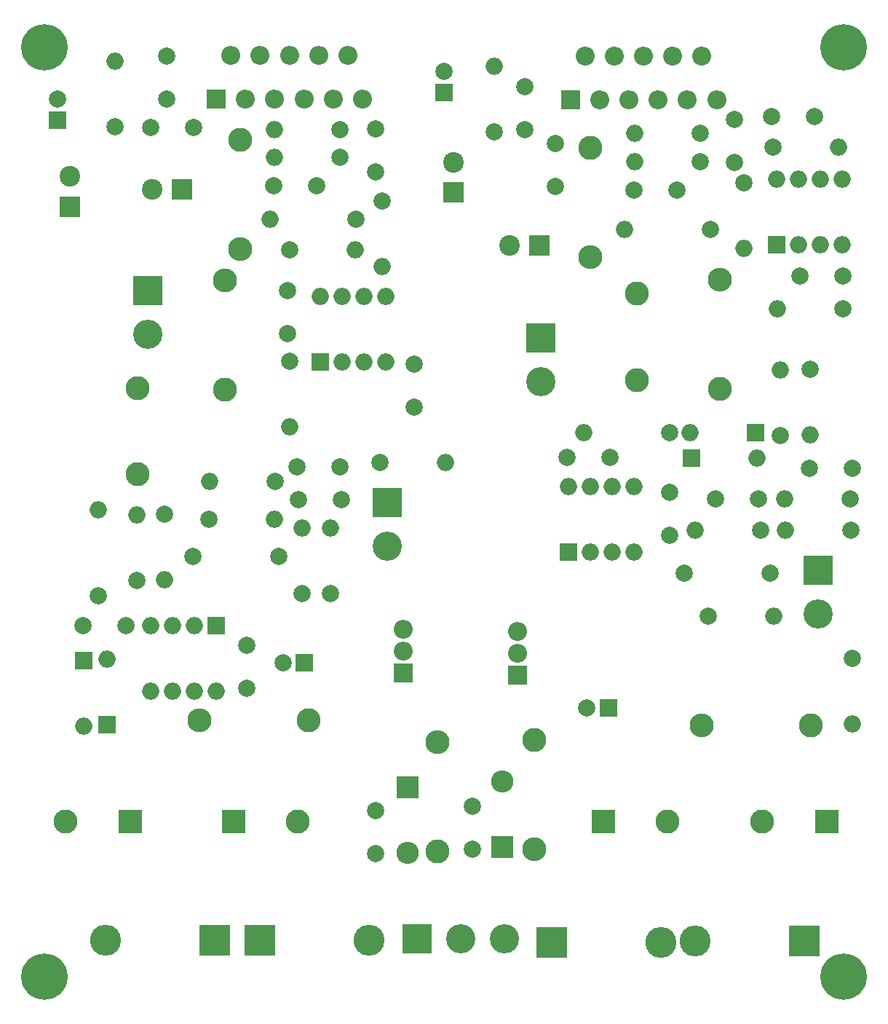
<source format=gbr>
G04 #@! TF.FileFunction,Soldermask,Top*
%FSLAX46Y46*%
G04 Gerber Fmt 4.6, Leading zero omitted, Abs format (unit mm)*
G04 Created by KiCad (PCBNEW 4.0.7) date 10/28/20 23:25:09*
%MOMM*%
%LPD*%
G01*
G04 APERTURE LIST*
%ADD10C,0.100000*%
%ADD11R,2.800000X2.800000*%
%ADD12C,2.800000*%
%ADD13R,2.200000X2.200000*%
%ADD14O,2.200000X2.200000*%
%ADD15C,2.000000*%
%ADD16O,2.800000X2.800000*%
%ADD17R,2.000000X2.000000*%
%ADD18O,2.000000X2.000000*%
%ADD19R,2.400000X2.400000*%
%ADD20C,2.400000*%
%ADD21R,3.600000X3.600000*%
%ADD22O,3.600000X3.600000*%
%ADD23R,2.600000X2.600000*%
%ADD24O,2.600000X2.600000*%
%ADD25R,3.400000X3.400000*%
%ADD26C,3.400000*%
%ADD27C,5.400000*%
G04 APERTURE END LIST*
D10*
D11*
X93000000Y-142000000D03*
D12*
X100500000Y-142000000D03*
D13*
X48000000Y-58000000D03*
D14*
X49700000Y-52920000D03*
X51400000Y-58000000D03*
X53100000Y-52920000D03*
X54800000Y-58000000D03*
X56500000Y-52920000D03*
X58200000Y-58000000D03*
X59900000Y-52920000D03*
X61600000Y-58000000D03*
X63300000Y-52920000D03*
X65000000Y-58000000D03*
D15*
X59700000Y-68100000D03*
X54700000Y-68100000D03*
D12*
X73750000Y-145500000D03*
D16*
X73750000Y-132800000D03*
D11*
X38000000Y-142000000D03*
D12*
X30500000Y-142000000D03*
D15*
X45275000Y-111175000D03*
X55275000Y-111175000D03*
X62550000Y-104575000D03*
X57550000Y-104575000D03*
X62375000Y-100725000D03*
X57375000Y-100725000D03*
X66500000Y-66500000D03*
X66500000Y-61500000D03*
D17*
X29500000Y-60500000D03*
D15*
X29500000Y-58000000D03*
X64250000Y-72000000D03*
D18*
X54250000Y-72000000D03*
D11*
X50000000Y-142000000D03*
D12*
X57500000Y-142000000D03*
D15*
X34250000Y-115750000D03*
D18*
X34250000Y-105750000D03*
D15*
X45350000Y-61350000D03*
X40350000Y-61350000D03*
X42250000Y-53000000D03*
X42250000Y-58000000D03*
X66500000Y-140750000D03*
X66500000Y-145750000D03*
X77750000Y-145250000D03*
X77750000Y-140250000D03*
D17*
X58250000Y-123500000D03*
D15*
X55750000Y-123500000D03*
D17*
X93600000Y-128800000D03*
D15*
X91100000Y-128800000D03*
X56250000Y-85250000D03*
X56250000Y-80250000D03*
X70975000Y-88850000D03*
X70975000Y-93850000D03*
D19*
X44000000Y-68500000D03*
D20*
X40500000Y-68500000D03*
D19*
X31000000Y-70500000D03*
D20*
X31000000Y-67000000D03*
D15*
X51500000Y-126500000D03*
X51500000Y-121500000D03*
X37500000Y-119250000D03*
X32500000Y-119250000D03*
D21*
X47850000Y-155770000D03*
D22*
X35150000Y-155770000D03*
D21*
X87030000Y-156070000D03*
D22*
X99730000Y-156070000D03*
D17*
X35250000Y-130750000D03*
D18*
X35250000Y-123130000D03*
D17*
X32575000Y-123250000D03*
D18*
X32575000Y-130870000D03*
D21*
X53040000Y-155840000D03*
D22*
X65740000Y-155840000D03*
D21*
X116430000Y-155880000D03*
D22*
X103730000Y-155880000D03*
D23*
X70250000Y-138000000D03*
D24*
X70250000Y-145620000D03*
D23*
X81250000Y-145000000D03*
D24*
X81250000Y-137380000D03*
D25*
X67900000Y-104875000D03*
D26*
X67900000Y-109955000D03*
D25*
X40000000Y-80250000D03*
D26*
X40000000Y-85330000D03*
D13*
X69750000Y-124750000D03*
D14*
X69750000Y-122210000D03*
X69750000Y-119670000D03*
D15*
X67075000Y-100225000D03*
D18*
X74695000Y-100225000D03*
D15*
X61250000Y-115500000D03*
D18*
X61250000Y-107880000D03*
D15*
X58000000Y-115500000D03*
D18*
X58000000Y-107880000D03*
D15*
X47175000Y-106825000D03*
D18*
X54795000Y-106825000D03*
D15*
X54825000Y-102500000D03*
D18*
X47205000Y-102500000D03*
D15*
X56500000Y-88500000D03*
D18*
X56500000Y-96120000D03*
D15*
X56500000Y-75500000D03*
D18*
X64120000Y-75500000D03*
D15*
X67300000Y-69850000D03*
D18*
X67300000Y-77470000D03*
D15*
X36200000Y-61250000D03*
D18*
X36200000Y-53630000D03*
D15*
X62400000Y-61600000D03*
D18*
X54780000Y-61600000D03*
D15*
X62400000Y-64800000D03*
D18*
X54780000Y-64800000D03*
D12*
X50750000Y-62750000D03*
D16*
X50750000Y-75450000D03*
D12*
X49000000Y-91750000D03*
D16*
X49000000Y-79050000D03*
D12*
X85000000Y-132500000D03*
D16*
X85000000Y-145200000D03*
D12*
X58750000Y-130250000D03*
D16*
X46050000Y-130250000D03*
D12*
X117125000Y-130825000D03*
D16*
X104425000Y-130825000D03*
D17*
X60075000Y-88550000D03*
D18*
X67695000Y-80930000D03*
X62615000Y-88550000D03*
X65155000Y-80930000D03*
X65155000Y-88550000D03*
X62615000Y-80930000D03*
X67695000Y-88550000D03*
X60075000Y-80930000D03*
D17*
X48000000Y-119250000D03*
D18*
X40380000Y-126870000D03*
X45460000Y-119250000D03*
X42920000Y-126870000D03*
X42920000Y-119250000D03*
X45460000Y-126870000D03*
X40380000Y-119250000D03*
X48000000Y-126870000D03*
D25*
X71390000Y-155630000D03*
D26*
X76470000Y-155630000D03*
X81550000Y-155630000D03*
D11*
X119000000Y-142000000D03*
D12*
X111500000Y-142000000D03*
D13*
X83000000Y-125000000D03*
D14*
X83000000Y-122460000D03*
X83000000Y-119920000D03*
D12*
X38850000Y-101600000D03*
X38850000Y-91600000D03*
D15*
X38750000Y-114000000D03*
D18*
X38750000Y-106380000D03*
D15*
X42000000Y-106250000D03*
D18*
X42000000Y-113870000D03*
D15*
X112450000Y-113100000D03*
X102450000Y-113100000D03*
X106100000Y-104500000D03*
X111100000Y-104500000D03*
X116950000Y-100900000D03*
X121950000Y-100900000D03*
X112600000Y-60050000D03*
X117600000Y-60050000D03*
X120900000Y-78600000D03*
X115900000Y-78600000D03*
X108300000Y-65400000D03*
X108300000Y-60400000D03*
D19*
X85600000Y-75050000D03*
D20*
X82100000Y-75050000D03*
D15*
X83850000Y-56600000D03*
X83850000Y-61600000D03*
X87450000Y-63200000D03*
X87450000Y-68200000D03*
D19*
X75600000Y-68850000D03*
D20*
X75600000Y-65350000D03*
D17*
X74500000Y-57250000D03*
D15*
X74500000Y-54750000D03*
X101600000Y-68600000D03*
X96600000Y-68600000D03*
X100750000Y-96750000D03*
D18*
X90750000Y-96750000D03*
D15*
X105450000Y-73150000D03*
D18*
X95450000Y-73150000D03*
D15*
X88800000Y-99700000D03*
X93800000Y-99700000D03*
X100750000Y-108750000D03*
X100750000Y-103750000D03*
D17*
X103250000Y-99750000D03*
D18*
X110870000Y-99750000D03*
D17*
X110750000Y-96750000D03*
D18*
X103130000Y-96750000D03*
D25*
X118000000Y-112750000D03*
D26*
X118000000Y-117830000D03*
D25*
X85750000Y-85750000D03*
D26*
X85750000Y-90830000D03*
D12*
X96950000Y-80650000D03*
X96950000Y-90650000D03*
D15*
X105200000Y-118150000D03*
D18*
X112820000Y-118150000D03*
D15*
X111300000Y-108150000D03*
D18*
X103680000Y-108150000D03*
D15*
X121800000Y-108100000D03*
D18*
X114180000Y-108100000D03*
D15*
X121750000Y-104450000D03*
D18*
X114130000Y-104450000D03*
D15*
X120850000Y-82400000D03*
D18*
X113230000Y-82400000D03*
D15*
X112750000Y-63600000D03*
D18*
X120370000Y-63600000D03*
D15*
X109400000Y-67750000D03*
D18*
X109400000Y-75370000D03*
D15*
X80300000Y-61850000D03*
D18*
X80300000Y-54230000D03*
D15*
X104300000Y-65300000D03*
D18*
X96680000Y-65300000D03*
D15*
X104300000Y-62000000D03*
D18*
X96680000Y-62000000D03*
D15*
X113600000Y-97100000D03*
D18*
X113600000Y-89480000D03*
D15*
X117050000Y-89400000D03*
D18*
X117050000Y-97020000D03*
D12*
X91500000Y-63650000D03*
D16*
X91500000Y-76350000D03*
D12*
X106600000Y-91700000D03*
D16*
X106600000Y-79000000D03*
D17*
X113200000Y-74950000D03*
D18*
X120820000Y-67330000D03*
X115740000Y-74950000D03*
X118280000Y-67330000D03*
X118280000Y-74950000D03*
X115740000Y-67330000D03*
X120820000Y-74950000D03*
X113200000Y-67330000D03*
D13*
X89200000Y-58100000D03*
D14*
X90900000Y-53020000D03*
X92600000Y-58100000D03*
X94300000Y-53020000D03*
X96000000Y-58100000D03*
X97700000Y-53020000D03*
X99400000Y-58100000D03*
X101100000Y-53020000D03*
X102800000Y-58100000D03*
X104500000Y-53020000D03*
X106200000Y-58100000D03*
D17*
X88925000Y-110650000D03*
D18*
X96545000Y-103030000D03*
X91465000Y-110650000D03*
X94005000Y-103030000D03*
X94005000Y-110650000D03*
X91465000Y-103030000D03*
X96545000Y-110650000D03*
X88925000Y-103030000D03*
D15*
X122000000Y-123000000D03*
D18*
X122000000Y-130620000D03*
D27*
X121000000Y-160000000D03*
X28000000Y-160000000D03*
X28000000Y-52000000D03*
X121000000Y-52000000D03*
M02*

</source>
